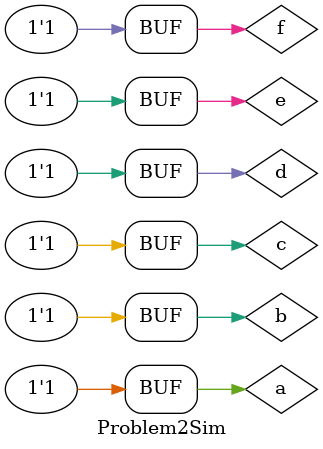
<source format=v>
`timescale 1ns / 1ps


module Problem2Sim();
    reg a;
    reg b;
    reg c;
    reg d;
    reg e;
    reg f;
    
    wire x;
    wire y;
    
    Problem2Mod UUT(
            .a(a),
            .b(b),
            .c(c),
            .d(d),
            .e(e),
            .f(f),
            .x(x),
            .y(y)
        );
        
        initial begin 
a = 0;
        b = 0;
        c = 0;
        d = 0;
        e = 0;
        f = 0;
        #10;
        
        a = 0;
        b = 0;
        c = 0;
        d = 0;
        e = 0;
        f = 1;
        #10;
        
        a = 0;
        b = 0;
        c = 0;
        d = 0;
        e = 1;
        f = 0;
        #10;
        
        a = 0;
        b = 0;
        c = 0;
        d = 0;
        e = 1;
        f = 1;
        #10;
        
        a = 0;
        b = 0;
        c = 0;
        d = 1;
        e = 0;
        f = 0;
        #10;
        
        a = 0;
        b = 0;
        c = 0;
        d = 1;
        e = 0;
        f = 1;
        #10;
        
        a = 0;
        b = 0;
        c = 0;
        d = 1;
        e = 1;
        f = 0;
        #10;
        
        a = 0;
        b = 0;
        c = 0;
        d = 1;
        e = 1;
        f = 1;
        #10;
        
        a = 0;
        b = 0;
        c = 1;
        d = 0;
        e = 0;
        f = 0;
        #10;
        
        a = 0;
        b = 0;
        c = 1;
        d = 0;
        e = 0;
        f = 1;
        #10;
        
        a = 0;
        b = 0;
        c = 1;
        d = 0;
        e = 1;
        f = 0;
        #10;
        
        a = 0;
        b = 0;
        c = 1;
        d = 0;
        e = 1;
        f = 1;
        #10;
        
        a = 0;
        b = 0;
        c = 1;
        d = 1;
        e = 0;
        f = 0;
        #10;
        
        a = 0;
        b = 0;
        c = 1;
        d = 1;
        e = 0;
        f = 1;
        #10;
        
        a = 0;
        b = 0;
        c = 1;
        d = 1;
        e = 1;
        f = 0;
        #10;
        
        a = 0;
        b = 0;
        c = 1;
        d = 1;
        e = 1;
        f = 1;
        #10;
        
        a = 0;
        b = 1;
        c = 0;
        d = 0;
        e = 0;
        f = 0;
        #10;
        
        a = 0;
        b = 1;
        c = 0;
        d = 0;
        e = 0;
        f = 1;
        #10;
        
        a = 0;
        b = 1;
        c = 0;
        d = 0;
        e = 1;
        f = 0;
        #10;
        
        a = 0;
        b = 1;
        c = 0;
        d = 0;
        e = 1;
        f = 1;
        #10;
        
        a = 0;
        b = 1;
        c = 0;
        d = 1;
        e = 0;
        f = 0;
        #10;
        
        a = 0;
        b = 1;
        c = 0;
        d = 1;
        e = 0;
        f = 1;
        #10;
        
        a = 0;
        b = 1;
        c = 0;
        d = 1;
        e = 1;
        f = 0;
        #10;
        
        a = 0;
        b = 1;
        c = 0;
        d = 1;
        e = 1;
        f = 1;
        #10;
        
        a = 0;
        b = 1;
        c = 1;
        d = 0;
        e = 0;
        f = 0;
        #10;
        
        a = 0;
        b = 1;
        c = 1;
        d = 0;
        e = 0;
        f = 1;
        #10;
        
        a = 0;
        b = 1;
        c = 1;
        d = 0;
        e = 1;
        f = 0;
        #10;
        
        a = 0;
        b = 1;
        c = 1;
        d = 0;
        e = 1;
        f = 1;
        #10;
        
        a = 0;
        b = 1;
        c = 1;
        d = 1;
        e = 0;
        f = 0;
        #10;
        
        a = 0;
        b = 1;
        c = 1;
        d = 1;
        e = 0;
        f = 1;
        #10;
        
        a = 0;
        b = 1;
        c = 1;
        d = 1;
        e = 1;
        f = 0;
        #10;
        
        a = 0;
        b = 1;
        c = 1;
        d = 1;
        e = 1;
        f = 1;
        #10;
        
        a = 1;
        b = 0;
        c = 0;
        d = 0;
        e = 0;
        f = 0;
        #10;
        
        a = 1;
        b = 0;
        c = 0;
        d = 0;
        e = 0;
        f = 1;
        #10;
        
        a = 1;
        b = 0;
        c = 0;
        d = 0;
        e = 1;
        f = 0;
        #10;
        
        a = 1;
        b = 0;
        c = 0;
        d = 0;
        e = 1;
        f = 1;
        #10;
        
        a = 1;
        b = 0;
        c = 0;
        d = 1;
        e = 0;
        f = 0;
        #10;
        
        a = 1;
        b = 0;
        c = 0;
        d = 1;
        e = 0;
        f = 1;
        #10;
        
        a = 1;
        b = 0;
        c = 0;
        d = 1;
        e = 1;
        f = 0;
        #10;
        
        a = 1;
        b = 0;
        c = 0;
        d = 1;
        e = 1;
        f = 1;
        #10;
        
        a = 1;
        b = 0;
        c = 1;
        d = 0;
        e = 0;
        f = 0;
        #10;
        
        a = 1;
        b = 0;
        c = 1;
        d = 0;
        e = 0;
        f = 1;
        #10;
        
        a = 1;
        b = 0;
        c = 1;
        d = 0;
        e = 1;
        f = 0;
        #10;
        
        a = 1;
        b = 0;
        c = 1;
        d = 0;
        e = 1;
        f = 1;
        #10;
        
        a = 1;
        b = 0;
        c = 1;
        d = 1;
        e = 0;
        f = 0;
        #10;
        
        a = 1;
        b = 0;
        c = 1;
        d = 1;
        e = 0;
        f = 1;
        #10;
        
        a = 1;
        b = 0;
        c = 1;
        d = 1;
        e = 1;
        f = 0;
        #10;
        
        a = 1;
        b = 0;
        c = 1;
        d = 1;
        e = 1;
        f = 1;
        #10;
        
        a = 1;
        b = 1;
        c = 0;
        d = 0;
        e = 0;
        f = 0;
        #10;
        
        a = 1;
        b = 1;
        c = 0;
        d = 0;
        e = 0;
        f = 1;
        #10;
        
        a = 1;
        b = 1;
        c = 0;
        d = 0;
        e = 1;
        f = 0;
        #10;
        
        a = 1;
        b = 1;
        c = 0;
        d = 0;
        e = 1;
        f = 1;
        #10;
        
        a = 1;
        b = 1;
        c = 0;
        d = 1;
        e = 0;
        f = 0;
        #10;
        
        a = 1;
        b = 1;
        c = 0;
        d = 1;
        e = 0;
        f = 1;
        #10;
        
        a = 1;
        b = 1;
        c = 0;
        d = 1;
        e = 1;
        f = 0;
        #10;
        
        a = 1;
        b = 1;
        c = 0;
        d = 1;
        e = 1;
        f = 1;
        #10;
        
        a = 1;
        b = 1;
        c = 1;
        d = 0;
        e = 0;
        f = 0;
        #10;
        
        a = 1;
        b = 1;
        c = 1;
        d = 0;
        e = 0;
        f = 1;
        #10;
        
        a = 1;
        b = 1;
        c = 1;
        d = 0;
        e = 1;
        f = 0;
        #10;
        
        a = 1;
        b = 1;
        c = 1;
        d = 0;
        e = 1;
        f = 1;
        #10;
        
        a = 1;
        b = 1;
        c = 1;
        d = 1;
        e = 0;
        f = 0;
        #10;
        
        a = 1;
        b = 1;
        c = 1;
        d = 1;
        e = 0;
        f = 1;
        #10;
        
        a = 1;
        b = 1;
        c = 1;
        d = 1;
        e = 1;
        f = 0;
        #10;
        
        a = 1;
        b = 1;
        c = 1;
        d = 1;
        e = 1;
        f = 1;
        #10;

    end 
endmodule

</source>
